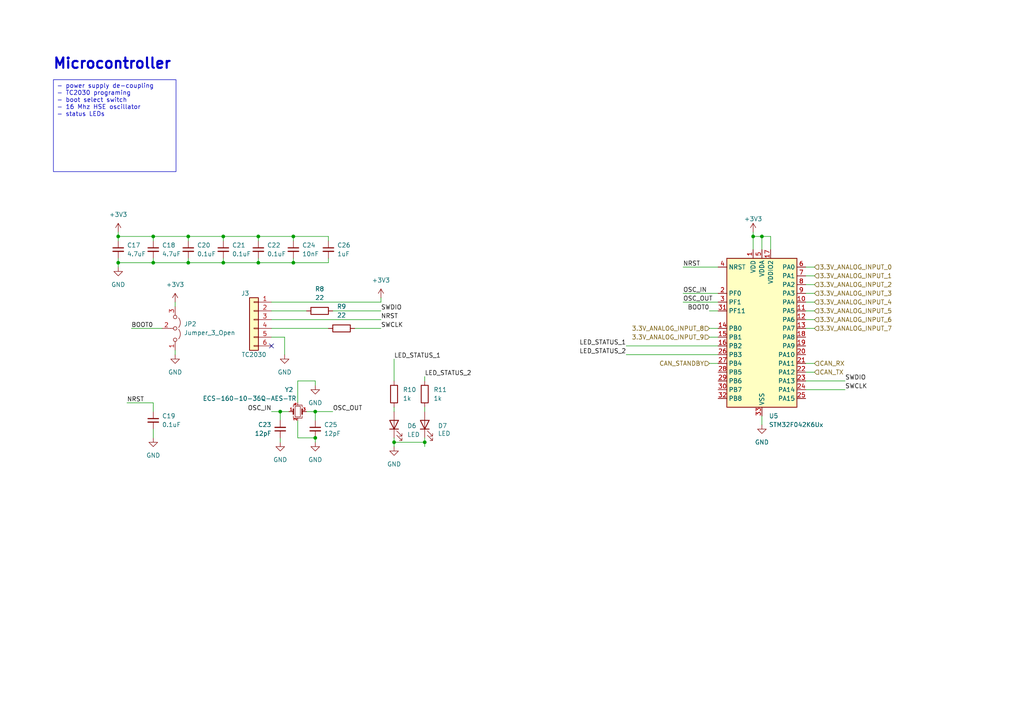
<source format=kicad_sch>
(kicad_sch (version 20250114) (generator "eeschema") (generator_version "9.0")
  (paper "A4")
  (lib_symbols
    (symbol "Connector_Generic:Conn_01x06" (pin_names (offset 1.016) (hide yes))
      (property "Reference" "J" (at 0 7.62 0))
      (property "Value" "Conn_01x06" (at 0 -10.16 0))
      (symbol "Conn_01x06_1_1"
        (rectangle (start -1.27 6.35) (end 1.27 -8.89) (stroke (width 0.254)) (fill (type background)))
        (rectangle (start -1.27 5.207) (end 0 4.953) (stroke (width 0.1524)))
        (rectangle (start -1.27 2.667) (end 0 2.413) (stroke (width 0.1524)))
        (rectangle (start -1.27 0.127) (end 0 -0.127) (stroke (width 0.1524)))
        (rectangle (start -1.27 -2.413) (end 0 -2.667) (stroke (width 0.1524)))
        (rectangle (start -1.27 -4.953) (end 0 -5.207) (stroke (width 0.1524)))
        (rectangle (start -1.27 -7.493) (end 0 -7.747) (stroke (width 0.1524)))
        (pin passive line (at -5.08 5.08 0) (length 3.81) (name "Pin_1") (number "1"))
        (pin passive line (at -5.08 2.54 0) (length 3.81) (name "Pin_2") (number "2"))
        (pin passive line (at -5.08 0 0) (length 3.81) (name "Pin_3") (number "3"))
        (pin passive line (at -5.08 -2.54 0) (length 3.81) (name "Pin_4") (number "4"))
        (pin passive line (at -5.08 -5.08 0) (length 3.81) (name "Pin_5") (number "5"))
        (pin passive line (at -5.08 -7.62 0) (length 3.81) (name "Pin_6") (number "6"))
      )
    )
    (symbol "Device:C_Small" (pin_numbers (hide yes)) (pin_names (offset 0.254) (hide yes))
      (property "Reference" "C" (at 0.254 1.778 0))
      (property "Value" "C_Small" (at 0.254 -2.032 0))
      (symbol "C_Small_0_1"
        (polyline (pts (xy -1.524 0.508) (xy 1.524 0.508)) (stroke (width 0.3048)))
        (polyline (pts (xy -1.524 -0.508) (xy 1.524 -0.508)) (stroke (width 0.3302)))
      )
      (symbol "C_Small_1_1"
        (pin passive line (at 0 2.54 270) (length 2.032) (name "~") (number "1"))
        (pin passive line (at 0 -2.54 90) (length 2.032) (name "~") (number "2"))
      )
    )
    (symbol "Device:Crystal_GND24_Small" (pin_names (offset 1.016) (hide yes))
      (property "Reference" "Y" (at 1.27 4.445 0))
      (property "Value" "Crystal_GND24_Small" (at 1.27 2.54 0))
      (symbol "Crystal_GND24_Small_0_1"
        (polyline (pts (xy -1.27 1.27) (xy -1.27 1.905) (xy 1.27 1.905) (xy 1.27 1.27)))
        (polyline (pts (xy -1.27 -0.762) (xy -1.27 0.762)) (stroke (width 0.381)))
        (polyline (pts (xy -1.27 -1.27) (xy -1.27 -1.905) (xy 1.27 -1.905) (xy 1.27 -1.27)))
        (rectangle (start -0.762 -1.524) (end 0.762 1.524))
        (polyline (pts (xy 1.27 -0.762) (xy 1.27 0.762)) (stroke (width 0.381)))
      )
      (symbol "Crystal_GND24_Small_1_1"
        (pin passive line (at -2.54 0 0) (length 1.27) (name "1") (number "1"))
        (pin passive line (at 0 2.54 270) (length 0.635) (name "4") (number "4"))
        (pin passive line (at 0 -2.54 90) (length 0.635) (name "2") (number "2"))
        (pin passive line (at 2.54 0 180) (length 1.27) (name "3") (number "3"))
      )
    )
    (symbol "Device:LED" (pin_numbers (hide yes)) (pin_names (offset 1.016) (hide yes))
      (property "Reference" "D" (at 0 2.54 0))
      (property "Value" "LED" (at 0 -2.54 0))
      (symbol "LED_0_1"
        (polyline (pts (xy -3.048 -0.762) (xy -4.572 -2.286) (xy -3.81 -2.286) (xy -4.572 -2.286) (xy -4.572 -1.524)))
        (polyline (pts (xy -1.778 -0.762) (xy -3.302 -2.286) (xy -2.54 -2.286) (xy -3.302 -2.286) (xy -3.302 -1.524)))
        (polyline (pts (xy -1.27 0) (xy 1.27 0)))
        (polyline (pts (xy -1.27 -1.27) (xy -1.27 1.27)) (stroke (width 0.254)))
        (polyline (pts (xy 1.27 -1.27) (xy 1.27 1.27) (xy -1.27 0) (xy 1.27 -1.27)) (stroke (width 0.254)))
      )
      (symbol "LED_1_1"
        (pin passive line (at -3.81 0 0) (length 2.54) (name "K") (number "1"))
        (pin passive line (at 3.81 0 180) (length 2.54) (name "A") (number "2"))
      )
    )
    (symbol "Device:R" (pin_numbers (hide yes)) (pin_names (offset 0))
      (property "Reference" "R" (at 2.032 0 90))
      (property "Value" "R" (at 0 0 90))
      (symbol "R_0_1"
        (rectangle (start -1.016 -2.54) (end 1.016 2.54) (stroke (width 0.254)))
      )
      (symbol "R_1_1"
        (pin passive line (at 0 3.81 270) (length 1.27) (name "~") (number "1"))
        (pin passive line (at 0 -3.81 90) (length 1.27) (name "~") (number "2"))
      )
    )
    (symbol "Jumper:Jumper_3_Open" (pin_names (offset 0) (hide yes))
      (property "Reference" "JP" (at -2.54 -2.54 0))
      (property "Value" "Jumper_3_Open" (at 0 2.794 0))
      (symbol "Jumper_3_Open_0_0"
        (circle (center -3.302 0) (radius 0.508))
        (circle (center 0 0) (radius 0.508))
        (circle (center 3.302 0) (radius 0.508))
      )
      (symbol "Jumper_3_Open_0_1"
        (arc (start -3.048 1.016) (mid -1.651 1.4992) (end -0.254 1.016))
        (polyline (pts (xy 0 -0.508) (xy 0 -1.27)))
        (arc (start 0.254 1.016) (mid 1.651 1.4992) (end 3.048 1.016))
      )
      (symbol "Jumper_3_Open_1_1"
        (pin passive line (at -6.35 0 0) (length 2.54) (name "A") (number "1"))
        (pin passive line (at 0 -3.81 90) (length 2.54) (name "C") (number "2"))
        (pin passive line (at 6.35 0 180) (length 2.54) (name "B") (number "3"))
      )
    )
    (symbol "MCU_ST_STM32F0:STM32F042K6Ux"
      (property "Reference" "U" (at -10.16 21.59 0))
      (property "Value" "STM32F042K6Ux" (at 5.08 21.59 0))
      (symbol "STM32F042K6Ux_0_1"
        (rectangle (start -10.16 -22.86) (end 10.16 20.32) (stroke (width 0.254)) (fill (type background)))
      )
      (symbol "STM32F042K6Ux_1_1"
        (pin input line (at -12.7 17.78 0) (length 2.54) (name "NRST") (number "4"))
        (pin input line (at -12.7 10.16 0) (length 2.54) (name "PF0") (number "2"))
        (pin input line (at -12.7 7.62 0) (length 2.54) (name "PF1") (number "3"))
        (pin bidirectional line (at -12.7 5.08 0) (length 2.54) (name "PF11") (number "31"))
        (pin bidirectional line (at -12.7 0 0) (length 2.54) (name "PB0") (number "14"))
        (pin bidirectional line (at -12.7 -2.54 0) (length 2.54) (name "PB1") (number "15"))
        (pin bidirectional line (at -12.7 -5.08 0) (length 2.54) (name "PB2") (number "16"))
        (pin bidirectional line (at -12.7 -7.62 0) (length 2.54) (name "PB3") (number "26"))
        (pin bidirectional line (at -12.7 -10.16 0) (length 2.54) (name "PB4") (number "27"))
        (pin bidirectional line (at -12.7 -12.7 0) (length 2.54) (name "PB5") (number "28"))
        (pin bidirectional line (at -12.7 -15.24 0) (length 2.54) (name "PB6") (number "29"))
        (pin bidirectional line (at -12.7 -17.78 0) (length 2.54) (name "PB7") (number "30"))
        (pin bidirectional line (at -12.7 -20.32 0) (length 2.54) (name "PB8") (number "32"))
        (pin power_in line (at -2.54 22.86 270) (length 2.54) (name "VDD") (number "1"))
        (pin power_in line (at 0 22.86 270) (length 2.54) (name "VDDA") (number "5"))
        (pin power_in line (at 0 -25.4 90) (length 2.54) (name "VSS") (number "33"))
        (pin power_in line (at 2.54 22.86 270) (length 2.54) (name "VDDIO2") (number "17"))
        (pin bidirectional line (at 12.7 17.78 180) (length 2.54) (name "PA0") (number "6"))
        (pin bidirectional line (at 12.7 15.24 180) (length 2.54) (name "PA1") (number "7"))
        (pin bidirectional line (at 12.7 12.7 180) (length 2.54) (name "PA2") (number "8"))
        (pin bidirectional line (at 12.7 10.16 180) (length 2.54) (name "PA3") (number "9"))
        (pin bidirectional line (at 12.7 7.62 180) (length 2.54) (name "PA4") (number "10"))
        (pin bidirectional line (at 12.7 5.08 180) (length 2.54) (name "PA5") (number "11"))
        (pin bidirectional line (at 12.7 2.54 180) (length 2.54) (name "PA6") (number "12"))
        (pin bidirectional line (at 12.7 0 180) (length 2.54) (name "PA7") (number "13"))
        (pin bidirectional line (at 12.7 -2.54 180) (length 2.54) (name "PA8") (number "18"))
        (pin bidirectional line (at 12.7 -5.08 180) (length 2.54) (name "PA9") (number "19"))
        (pin bidirectional line (at 12.7 -7.62 180) (length 2.54) (name "PA10") (number "20"))
        (pin bidirectional line (at 12.7 -10.16 180) (length 2.54) (name "PA11") (number "21"))
        (pin bidirectional line (at 12.7 -12.7 180) (length 2.54) (name "PA12") (number "22"))
        (pin bidirectional line (at 12.7 -15.24 180) (length 2.54) (name "PA13") (number "23"))
        (pin bidirectional line (at 12.7 -17.78 180) (length 2.54) (name "PA14") (number "24"))
        (pin bidirectional line (at 12.7 -20.32 180) (length 2.54) (name "PA15") (number "25"))
      )
    )
    (symbol "power:+3.3V" (power) (pin_names (offset 0))
      (property "Value" "+3.3V" (at 0 3.556 0))
      (symbol "+3.3V_0_1"
        (polyline (pts (xy -0.762 1.27) (xy 0 2.54)))
        (polyline (pts (xy 0 2.54) (xy 0.762 1.27)))
        (polyline (pts (xy 0 0) (xy 0 2.54)))
      )
      (symbol "+3.3V_1_1"
        (pin power_in line (at 0 0 90) (length 0) (hide yes) (name "+3V3") (number "1"))
      )
    )
    (symbol "power:GND" (power) (pin_names (offset 0))
      (property "Value" "GND" (at 0 -3.81 0))
      (symbol "GND_0_1"
        (polyline (pts (xy 0 0) (xy 0 -1.27) (xy 1.27 -1.27) (xy 0 -2.54) (xy -1.27 -1.27) (xy 0 -1.27)))
      )
      (symbol "GND_1_1"
        (pin power_in line (at 0 0 270) (length 0) (hide yes) (name "GND") (number "1"))
      )
    )
  )
  (text "Microcontroller" (at 15.24 20.32 0) (effects (font (size 3 3) (bold yes)) (justify left bottom)))
  (text_box "- power supply de-coupling\n- TC2030 programing\n- boot select switch\n- 16 Mhz HSE oscillator\n- status LEDs" (at 15.494 23.114 0) (size 35.56 26.67) (margins 0.9525 0.9525 0.9525 0.9525) (effects (font (size 1.27 1.27)) (justify left top)))
  (junction (at 74.93 68.58))
  (junction (at 123.19 128.27))
  (junction (at 85.09 76.2))
  (junction (at 218.44 68.58))
  (junction (at 64.77 76.2))
  (junction (at 74.93 76.2))
  (junction (at 81.28 119.38))
  (junction (at 44.45 68.58))
  (junction (at 91.44 127))
  (junction (at 85.09 68.58))
  (junction (at 34.29 76.2))
  (junction (at 34.29 68.58))
  (junction (at 44.45 76.2))
  (junction (at 54.61 68.58))
  (junction (at 64.77 68.58))
  (junction (at 114.3 128.27))
  (junction (at 54.61 76.2))
  (junction (at 220.98 68.58))
  (junction (at 91.44 119.38))
  (no_connect (at 78.74 100.33))
  (wire (pts (xy 233.68 92.71) (xy 236.22 92.71)))
  (wire (pts (xy 85.09 76.2) (xy 85.09 74.93)))
  (wire (pts (xy 220.98 68.58) (xy 218.44 68.58)))
  (wire (pts (xy 50.8 87.63) (xy 50.8 88.9)))
  (wire (pts (xy 123.19 118.11) (xy 123.19 119.38)))
  (wire (pts (xy 85.09 76.2) (xy 95.25 76.2)))
  (wire (pts (xy 88.9 119.38) (xy 91.44 119.38)))
  (wire (pts (xy 85.09 68.58) (xy 95.25 68.58)))
  (wire (pts (xy 233.68 85.09) (xy 236.22 85.09)))
  (wire (pts (xy 181.61 100.33) (xy 208.28 100.33)))
  (wire (pts (xy 64.77 74.93) (xy 64.77 76.2)))
  (wire (pts (xy 91.44 127) (xy 86.36 127)))
  (wire (pts (xy 233.68 80.01) (xy 236.22 80.01)))
  (wire (pts (xy 44.45 68.58) (xy 54.61 68.58)))
  (wire (pts (xy 82.55 102.87) (xy 82.55 97.79)))
  (wire (pts (xy 78.74 119.38) (xy 81.28 119.38)))
  (wire (pts (xy 54.61 68.58) (xy 64.77 68.58)))
  (wire (pts (xy 181.61 102.87) (xy 208.28 102.87)))
  (wire (pts (xy 50.8 101.6) (xy 50.8 102.87)))
  (wire (pts (xy 220.98 120.65) (xy 220.98 123.19)))
  (wire (pts (xy 34.29 76.2) (xy 34.29 77.47)))
  (wire (pts (xy 223.52 68.58) (xy 220.98 68.58)))
  (wire (pts (xy 54.61 76.2) (xy 64.77 76.2)))
  (wire (pts (xy 38.1 95.25) (xy 46.99 95.25)))
  (wire (pts (xy 64.77 76.2) (xy 74.93 76.2)))
  (wire (pts (xy 114.3 128.27) (xy 123.19 128.27)))
  (wire (pts (xy 34.29 74.93) (xy 34.29 76.2)))
  (wire (pts (xy 218.44 67.31) (xy 218.44 68.58)))
  (wire (pts (xy 218.44 68.58) (xy 218.44 72.39)))
  (wire (pts (xy 34.29 68.58) (xy 44.45 68.58)))
  (wire (pts (xy 64.77 68.58) (xy 64.77 69.85)))
  (wire (pts (xy 44.45 124.46) (xy 44.45 127)))
  (wire (pts (xy 81.28 119.38) (xy 83.82 119.38)))
  (wire (pts (xy 114.3 118.11) (xy 114.3 119.38)))
  (wire (pts (xy 96.52 90.17) (xy 110.49 90.17)))
  (wire (pts (xy 233.68 105.41) (xy 236.22 105.41)))
  (wire (pts (xy 86.36 121.92) (xy 86.36 127)))
  (wire (pts (xy 78.74 92.71) (xy 110.49 92.71)))
  (wire (pts (xy 233.68 107.95) (xy 236.22 107.95)))
  (wire (pts (xy 54.61 68.58) (xy 54.61 69.85)))
  (wire (pts (xy 205.74 95.25) (xy 208.28 95.25)))
  (wire (pts (xy 110.49 87.63) (xy 110.49 86.36)))
  (wire (pts (xy 95.25 68.58) (xy 95.25 69.85)))
  (wire (pts (xy 78.74 90.17) (xy 88.9 90.17)))
  (wire (pts (xy 44.45 74.93) (xy 44.45 76.2)))
  (wire (pts (xy 78.74 87.63) (xy 110.49 87.63)))
  (wire (pts (xy 123.19 109.22) (xy 123.19 110.49)))
  (wire (pts (xy 74.93 68.58) (xy 74.93 69.85)))
  (wire (pts (xy 233.68 113.03) (xy 245.11 113.03)))
  (wire (pts (xy 198.12 77.47) (xy 208.28 77.47)))
  (wire (pts (xy 208.28 90.17) (xy 205.74 90.17)))
  (wire (pts (xy 233.68 110.49) (xy 245.11 110.49)))
  (wire (pts (xy 223.52 72.39) (xy 223.52 68.58)))
  (wire (pts (xy 54.61 74.93) (xy 54.61 76.2)))
  (wire (pts (xy 44.45 68.58) (xy 44.45 69.85)))
  (wire (pts (xy 34.29 76.2) (xy 44.45 76.2)))
  (wire (pts (xy 81.28 121.92) (xy 81.28 119.38)))
  (wire (pts (xy 114.3 104.14) (xy 114.3 110.49)))
  (wire (pts (xy 233.68 95.25) (xy 236.22 95.25)))
  (wire (pts (xy 91.44 127) (xy 91.44 128.27)))
  (wire (pts (xy 34.29 68.58) (xy 34.29 69.85)))
  (wire (pts (xy 198.12 85.09) (xy 208.28 85.09)))
  (wire (pts (xy 78.74 95.25) (xy 95.25 95.25)))
  (wire (pts (xy 74.93 74.93) (xy 74.93 76.2)))
  (wire (pts (xy 205.74 105.41) (xy 208.28 105.41)))
  (wire (pts (xy 64.77 68.58) (xy 74.93 68.58)))
  (wire (pts (xy 233.68 90.17) (xy 236.22 90.17)))
  (wire (pts (xy 74.93 76.2) (xy 85.09 76.2)))
  (wire (pts (xy 114.3 127) (xy 114.3 128.27)))
  (wire (pts (xy 86.36 110.49) (xy 86.36 116.84)))
  (wire (pts (xy 44.45 76.2) (xy 54.61 76.2)))
  (wire (pts (xy 85.09 69.85) (xy 85.09 68.58)))
  (wire (pts (xy 123.19 128.27) (xy 123.19 129.54)))
  (wire (pts (xy 123.19 127) (xy 123.19 128.27)))
  (wire (pts (xy 114.3 128.27) (xy 114.3 129.54)))
  (wire (pts (xy 220.98 72.39) (xy 220.98 68.58)))
  (wire (pts (xy 95.25 74.93) (xy 95.25 76.2)))
  (wire (pts (xy 91.44 119.38) (xy 91.44 121.92)))
  (wire (pts (xy 44.45 116.84) (xy 44.45 119.38)))
  (wire (pts (xy 36.83 116.84) (xy 44.45 116.84)))
  (wire (pts (xy 82.55 97.79) (xy 78.74 97.79)))
  (wire (pts (xy 102.87 95.25) (xy 110.49 95.25)))
  (wire (pts (xy 91.44 110.49) (xy 86.36 110.49)))
  (wire (pts (xy 74.93 68.58) (xy 85.09 68.58)))
  (wire (pts (xy 205.74 97.79) (xy 208.28 97.79)))
  (wire (pts (xy 91.44 119.38) (xy 96.52 119.38)))
  (wire (pts (xy 233.68 82.55) (xy 236.22 82.55)))
  (wire (pts (xy 91.44 111.76) (xy 91.44 110.49)))
  (wire (pts (xy 81.28 127) (xy 81.28 128.27)))
  (wire (pts (xy 198.12 87.63) (xy 208.28 87.63)))
  (wire (pts (xy 34.29 67.31) (xy 34.29 68.58)))
  (wire (pts (xy 233.68 87.63) (xy 236.22 87.63)))
  (wire (pts (xy 233.68 77.47) (xy 236.22 77.47)))
  (label "LED_STATUS_2" (at 123.19 109.22 0))
  (label "OSC_IN" (at 78.74 119.38 180))
  (label "LED_STATUS_1" (at 114.3 104.14 0))
  (label "SWCLK" (at 245.11 113.03 0))
  (label "OSC_OUT" (at 198.12 87.63 0))
  (label "NRST" (at 110.49 92.71 0))
  (label "NRST" (at 36.83 116.84 0))
  (label "SWDIO" (at 110.49 90.17 0))
  (label "BOOT0" (at 38.1 95.25 0))
  (label "LED_STATUS_2" (at 181.61 102.87 180))
  (label "OSC_IN" (at 198.12 85.09 0))
  (label "LED_STATUS_1" (at 181.61 100.33 180))
  (label "SWDIO" (at 245.11 110.49 0))
  (label "SWCLK" (at 110.49 95.25 0))
  (label "BOOT0" (at 205.74 90.17 180))
  (label "NRST" (at 198.12 77.47 0))
  (label "OSC_OUT" (at 96.52 119.38 0))
  (hierarchical_label "3.3V_ANALOG_INPUT_9" (shape input) (at 205.74 97.79 180))
  (hierarchical_label "3.3V_ANALOG_INPUT_8" (shape input) (at 205.74 95.25 180))
  (hierarchical_label "CAN_TX" (shape input) (at 236.22 107.95 0))
  (hierarchical_label "CAN_RX" (shape input) (at 236.22 105.41 0))
  (hierarchical_label "3.3V_ANALOG_INPUT_2" (shape input) (at 236.22 82.55 0))
  (hierarchical_label "3.3V_ANALOG_INPUT_3" (shape input) (at 236.22 85.09 0))
  (hierarchical_label "3.3V_ANALOG_INPUT_7" (shape input) (at 236.22 95.25 0))
  (hierarchical_label "3.3V_ANALOG_INPUT_1" (shape input) (at 236.22 80.01 0))
  (hierarchical_label "3.3V_ANALOG_INPUT_4" (shape input) (at 236.22 87.63 0))
  (hierarchical_label "3.3V_ANALOG_INPUT_0" (shape input) (at 236.22 77.47 0))
  (hierarchical_label "3.3V_ANALOG_INPUT_5" (shape input) (at 236.22 90.17 0))
  (hierarchical_label "CAN_STANDBY" (shape input) (at 205.74 105.41 180))
  (hierarchical_label "3.3V_ANALOG_INPUT_6" (shape input) (at 236.22 92.71 0))
  (symbol (lib_id "power:+3.3V") (at 110.49 86.36 0) (unit 1)
    (property "Reference" "#PWR045" (effects (hide yes)))
    (property "Value" "+3V3" (at 110.49 81.28 0))
  )
  (symbol (lib_id "power:GND") (at 81.28 128.27 0) (unit 1)
    (property "Reference" "#PWR041" (effects (hide yes)))
    (property "Value" "GND" (at 81.28 133.35 0))
  )
  (symbol (lib_id "power:+3.3V") (at 218.44 67.31 0) (unit 1)
    (property "Reference" "#PWR047" (effects (hide yes)))
    (property "Value" "+3V3" (at 218.44 63.5 0))
  )
  (symbol (lib_id "Device:C_Small") (at 95.25 72.39 0) (unit 1)
    (property "Reference" "C26" (at 97.79 71.1262 0) (effects (justify left)))
    (property "Value" "1uF" (at 97.79 73.6662 0) (effects (justify left)))
    (property "Footprint" "Capacitor_SMD:C_0603_1608Metric" (effects (hide yes)))
  )
  (symbol (lib_id "Device:R") (at 99.06 95.25 90) (unit 1)
    (property "Reference" "R9" (at 99.06 88.9 90))
    (property "Value" "22" (at 99.06 91.44 90))
    (property "Footprint" "Resistor_SMD:R_0603_1608Metric" (effects (hide yes)))
  )
  (symbol (lib_id "power:+3.3V") (at 50.8 87.63 0) (unit 1)
    (property "Reference" "#PWR039" (effects (hide yes)))
    (property "Value" "+3V3" (at 50.8 82.55 0))
  )
  (symbol (lib_id "power:GND") (at 91.44 128.27 0) (unit 1)
    (property "Reference" "#PWR044" (effects (hide yes)))
    (property "Value" "GND" (at 91.44 133.35 0))
  )
  (symbol (lib_id "Device:LED") (at 123.19 123.19 90) (unit 1)
    (property "Reference" "D7" (at 127 123.5074 90) (effects (justify right)))
    (property "Value" "LED" (at 127 125.73 90) (effects (justify right)))
    (property "Footprint" "LED_SMD:LED_0603_1608Metric" (effects (hide yes)))
  )
  (symbol (lib_id "Device:C_Small") (at 91.44 124.46 0) (unit 1)
    (property "Reference" "C25" (at 93.98 123.1962 0) (effects (justify left)))
    (property "Value" "12pF" (at 93.98 125.7362 0) (effects (justify left)))
    (property "Footprint" "Capacitor_SMD:C_0603_1608Metric" (effects (hide yes)))
  )
  (symbol (lib_id "Device:Crystal_GND24_Small") (at 86.36 119.38 0) (unit 1)
    (property "Reference" "Y2" (at 83.82 113.03 0))
    (property "Value" "ECS-160-10-36Q-AES-TR" (at 72.39 115.57 0))
    (property "Footprint" "Crystal:Crystal_SMD_2520-4Pin_2.5x2.0mm" (effects (hide yes)))
  )
  (symbol (lib_id "power:GND") (at 44.45 127 0) (unit 1)
    (property "Reference" "#PWR038" (effects (hide yes)))
    (property "Value" "GND" (at 44.45 132.08 0))
  )
  (symbol (lib_id "MCU_ST_STM32F0:STM32F042K6Ux") (at 220.98 95.25 0) (unit 1)
    (property "Reference" "U5" (at 222.9994 120.65 0) (effects (justify left)))
    (property "Value" "STM32F042K6Ux" (at 222.9994 123.19 0) (effects (justify left)))
    (property "Footprint" "Package_DFN_QFN:QFN-32-1EP_5x5mm_P0.5mm_EP3.45x3.45mm" (effects (hide yes)))
    (property "Datasheet" "http://www.st.com/st-web-ui/static/active/en/resource/technical/document/datasheet/DM00105814.pdf" (effects (hide yes)))
  )
  (symbol (lib_id "Device:C_Small") (at 85.09 72.39 0) (unit 1)
    (property "Reference" "C24" (at 87.63 71.1262 0) (effects (justify left)))
    (property "Value" "10nF" (at 87.63 73.6662 0) (effects (justify left)))
    (property "Footprint" "Capacitor_SMD:C_0603_1608Metric" (effects (hide yes)))
  )
  (symbol (lib_id "Device:C_Small") (at 54.61 72.39 0) (unit 1)
    (property "Reference" "C20" (at 57.15 71.1262 0) (effects (justify left)))
    (property "Value" "0.1uF" (at 57.15 73.6662 0) (effects (justify left)))
    (property "Footprint" "Capacitor_SMD:C_0603_1608Metric" (effects (hide yes)))
  )
  (symbol (lib_id "Device:R") (at 92.71 90.17 90) (unit 1)
    (property "Reference" "R8" (at 92.71 83.82 90))
    (property "Value" "22" (at 92.71 86.36 90))
    (property "Footprint" "Resistor_SMD:R_0603_1608Metric" (effects (hide yes)))
  )
  (symbol (lib_id "Device:C_Small") (at 81.28 124.46 0) (mirror x) (unit 1)
    (property "Reference" "C23" (at 78.74 123.1835 0) (effects (justify right)))
    (property "Value" "12pF" (at 78.74 125.7235 0) (effects (justify right)))
    (property "Footprint" "Capacitor_SMD:C_0603_1608Metric" (effects (hide yes)))
  )
  (symbol (lib_id "power:GND") (at 220.98 123.19 0) (unit 1)
    (property "Reference" "#PWR048" (effects (hide yes)))
    (property "Value" "GND" (at 220.98 128.27 0))
  )
  (symbol (lib_id "power:GND") (at 34.29 77.47 0) (unit 1)
    (property "Reference" "#PWR037" (effects (hide yes)))
    (property "Value" "GND" (at 34.29 82.55 0))
  )
  (symbol (lib_id "power:GND") (at 114.3 129.54 0) (unit 1)
    (property "Reference" "#PWR046" (effects (hide yes)))
    (property "Value" "GND" (at 114.3 134.62 0))
  )
  (symbol (lib_id "Jumper:Jumper_3_Open") (at 50.8 95.25 270) (mirror x) (unit 1)
    (property "Reference" "JP2" (at 53.34 93.9799 90) (effects (justify left)))
    (property "Value" "Jumper_3_Open" (at 53.34 96.5199 90) (effects (justify left)))
    (property "Footprint" "Jumper:SolderJumper-3_P1.3mm_Open_RoundedPad1.0x1.5mm" (effects (hide yes)))
  )
  (symbol (lib_id "Device:R") (at 114.3 114.3 0) (unit 1)
    (property "Reference" "R10" (at 116.84 113.0299 0) (effects (justify left)))
    (property "Value" "1k" (at 116.84 115.5699 0) (effects (justify left)))
    (property "Footprint" "Resistor_SMD:R_0603_1608Metric" (effects (hide yes)))
  )
  (symbol (lib_id "power:GND") (at 82.55 102.87 0) (unit 1)
    (property "Reference" "#PWR042" (effects (hide yes)))
    (property "Value" "GND" (at 82.55 107.95 0))
  )
  (symbol (lib_id "Device:C_Small") (at 34.29 72.39 0) (unit 1)
    (property "Reference" "C17" (at 36.83 71.1262 0) (effects (justify left)))
    (property "Value" "4.7uF" (at 36.83 73.6662 0) (effects (justify left)))
    (property "Footprint" "Capacitor_SMD:C_0603_1608Metric" (effects (hide yes)))
  )
  (symbol (lib_id "power:GND") (at 50.8 102.87 0) (unit 1)
    (property "Reference" "#PWR040" (effects (hide yes)))
    (property "Value" "GND" (at 50.8 107.95 0))
  )
  (symbol (lib_id "Device:R") (at 123.19 114.3 0) (unit 1)
    (property "Reference" "R11" (at 125.73 113.0299 0) (effects (justify left)))
    (property "Value" "1k" (at 125.73 115.5699 0) (effects (justify left)))
    (property "Footprint" "Resistor_SMD:R_0603_1608Metric" (effects (hide yes)))
  )
  (symbol (lib_id "Device:LED") (at 114.3 123.19 90) (unit 1)
    (property "Reference" "D6" (at 118.11 123.5074 90) (effects (justify right)))
    (property "Value" "LED" (at 118.11 126.0474 90) (effects (justify right)))
    (property "Footprint" "LED_SMD:LED_0603_1608Metric" (effects (hide yes)))
  )
  (symbol (lib_id "Device:C_Small") (at 44.45 121.92 0) (unit 1)
    (property "Reference" "C19" (at 46.99 120.6562 0) (effects (justify left)))
    (property "Value" "0.1uF" (at 46.99 123.1962 0) (effects (justify left)))
    (property "Footprint" "Capacitor_SMD:C_0603_1608Metric" (effects (hide yes)))
  )
  (symbol (lib_id "Device:C_Small") (at 44.45 72.39 0) (unit 1)
    (property "Reference" "C18" (at 46.99 71.1262 0) (effects (justify left)))
    (property "Value" "4.7uF" (at 46.99 73.6662 0) (effects (justify left)))
    (property "Footprint" "Capacitor_SMD:C_0603_1608Metric" (effects (hide yes)))
  )
  (symbol (lib_id "Connector_Generic:Conn_01x06") (at 73.66 92.71 0) (mirror y) (unit 1)
    (property "Reference" "J3" (at 71.12 85.09 0))
    (property "Value" "TC2030" (at 73.66 102.87 0))
    (property "Footprint" "Connector:Tag-Connect_TC2030-IDC-NL_2x03_P1.27mm_Vertical" (effects (hide yes)))
  )
  (symbol (lib_id "power:GND") (at 91.44 111.76 0) (unit 1)
    (property "Reference" "#PWR043" (effects (hide yes)))
    (property "Value" "GND" (at 91.44 116.84 0))
  )
  (symbol (lib_id "Device:C_Small") (at 64.77 72.39 0) (unit 1)
    (property "Reference" "C21" (at 67.31 71.1262 0) (effects (justify left)))
    (property "Value" "0.1uF" (at 67.31 73.6662 0) (effects (justify left)))
    (property "Footprint" "Capacitor_SMD:C_0603_1608Metric" (effects (hide yes)))
  )
  (symbol (lib_id "Device:C_Small") (at 74.93 72.39 0) (unit 1)
    (property "Reference" "C22" (at 77.47 71.1262 0) (effects (justify left)))
    (property "Value" "0.1uF" (at 77.47 73.6662 0) (effects (justify left)))
    (property "Footprint" "Capacitor_SMD:C_0603_1608Metric" (effects (hide yes)))
  )
  (symbol (lib_id "power:+3.3V") (at 34.29 67.31 0) (unit 1)
    (property "Reference" "#PWR036" (effects (hide yes)))
    (property "Value" "+3V3" (at 34.29 62.23 0))
  )
)
</source>
